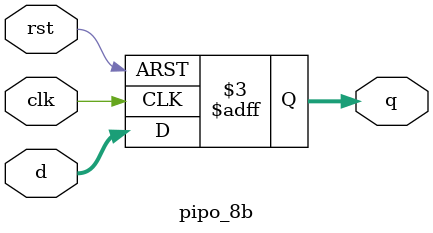
<source format=v>

module pipo_8b(input clk, rst, input[7:0]d, output reg[7:0]q);
always@(posedge clk, negedge rst)
begin
if(!rst)
q<='b0;
else
q<=d;
end
endmodule
</source>
